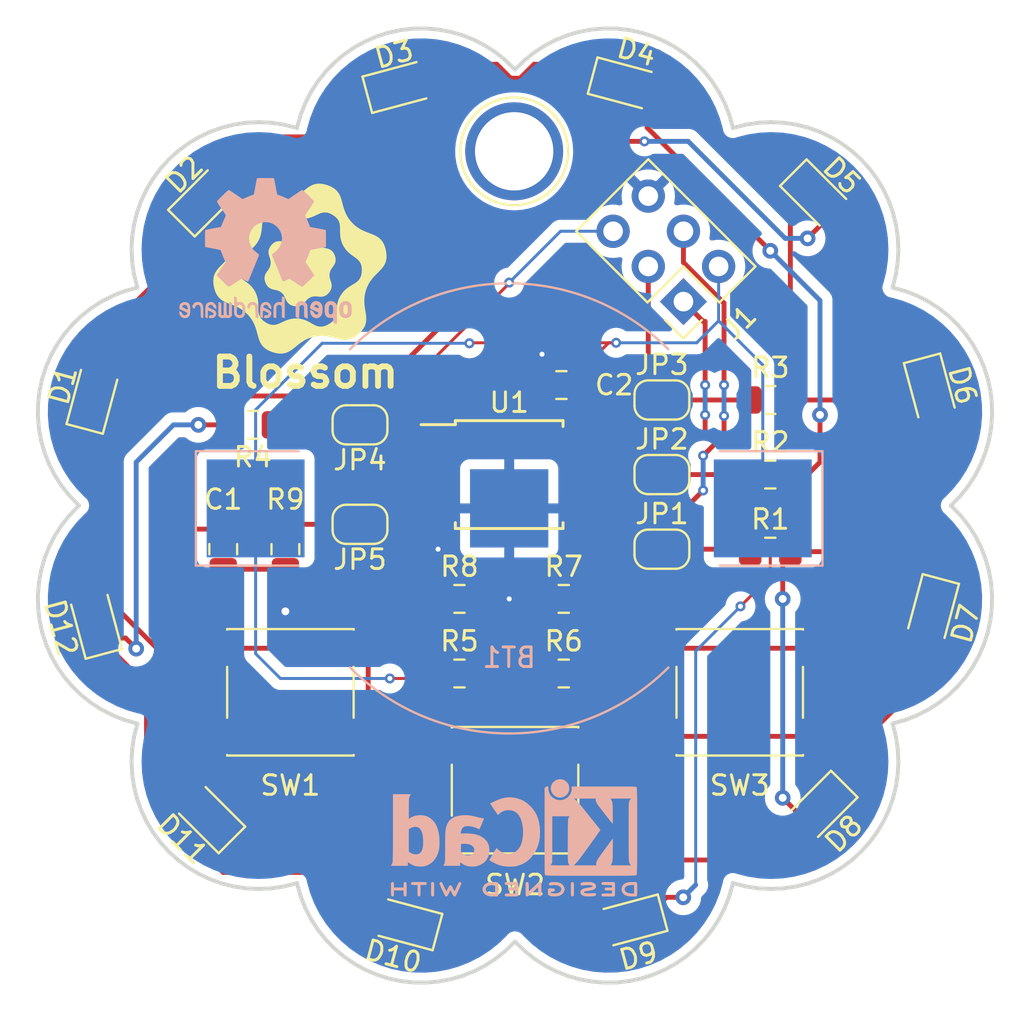
<source format=kicad_pcb>
(kicad_pcb (version 20211014) (generator pcbnew)
  (title_block (title "Blossom") (date "2021-05-30") (rev "1.1") (comment 1 "My first ATtiny85 board") (comment 2 "Made by mole99"))
  (layers (0 "F.Cu" signal) (31 "B.Cu" signal) (36 "B.SilkS" user "B.Silkscreen") (37 "F.SilkS" user "F.Silkscreen") (38 "B.Mask" user) (39 "F.Mask" user) (44 "Edge.Cuts" user))
  (net 0 "")
  (net 1 "Net-(D1-Pad2)")
  (net 2 "GND")
  (net 3 "+3V3")
  (net 4 "Net-(D1-Pad1)")
  (net 5 "Net-(D3-Pad2)")
  (net 6 "Net-(D10-Pad1)")
  (net 7 "PB0")
  (net 8 "PB1")
  (net 9 "PB2")
  (net 10 "PB3")
  (net 11 "PB4")
  (net 12 "PB5")
  (net 13 "Net-(R5-Pad2)")
  (net 14 "Net-(R6-Pad2)")
  (net 15 "Net-(R7-Pad2)")
  (net 16 "A0")
  (net 17 "C0")
  (net 18 "C1")
  (net 19 "C2")
  (net 20 "C3")
  (footprint "LED_SMD:LED_0805_2012Metric_Pad1.15x1.40mm_HandSolder" (layer "F.Cu") (at 118.5 83.5 75)
    (fp_text reference "D1")
    (fp_text value "Red")
  )
  (footprint "LED_SMD:LED_0805_2012Metric_Pad1.15x1.40mm_HandSolder" (layer "F.Cu") (at 134.25 67.75 15)
    (fp_text reference "D3")
    (fp_text value "Red")
  )
  (footprint "LED_SMD:LED_0805_2012Metric_Pad1.15x1.40mm_HandSolder" (layer "F.Cu") (at 145.759928 67.73471 -15)
    (fp_text reference "D4")
    (fp_text value "Red")
  )
  (footprint "LED_SMD:LED_0805_2012Metric_Pad1.15x1.40mm_HandSolder" (layer "F.Cu") (at 155.525218 73.525216 -45)
    (fp_text reference "D5")
    (fp_text value "Red")
  )
  (footprint "LED_SMD:LED_0805_2012Metric_Pad1.15x1.40mm_HandSolder" (layer "F.Cu") (at 161.265288 83.490072 -75)
    (fp_text reference "D6")
    (fp_text value "Red")
  )
  (footprint "LED_SMD:LED_0805_2012Metric_Pad1.15x1.40mm_HandSolder" (layer "F.Cu") (at 161.26529 94.759928 -105)
    (fp_text reference "D7")
    (fp_text value "Red")
  )
  (footprint "LED_SMD:LED_0805_2012Metric_Pad1.15x1.40mm_HandSolder" (layer "F.Cu") (at 155.5 104.75 -135)
    (fp_text reference "D8")
    (fp_text value "Red")
  )
  (footprint "LED_SMD:LED_0805_2012Metric_Pad1.15x1.40mm_HandSolder" (layer "F.Cu") (at 145.740072 110.484712 -165)
    (fp_text reference "D9")
    (fp_text value "Red")
  )
  (footprint "LED_SMD:LED_0805_2012Metric_Pad1.15x1.40mm_HandSolder" (layer "F.Cu") (at 134.240072 110.51529 165)
    (fp_text reference "D10")
    (fp_text value "Red")
  )
  (footprint "LED_SMD:LED_0805_2012Metric_Pad1.15x1.40mm_HandSolder" (layer "F.Cu") (at 124.224782 104.974784 135)
    (fp_text reference "D11")
    (fp_text value "Red")
  )
  (footprint "LED_SMD:LED_0805_2012Metric_Pad1.15x1.40mm_HandSolder" (layer "F.Cu") (at 118.515288 94.990073 105)
    (fp_text reference "D12")
    (fp_text value "Red")
  )
  (footprint "Resistor_SMD:R_0805_2012Metric_Pad1.15x1.40mm_HandSolder" (layer "F.Cu") (at 153.035 87.63)
    (fp_text reference "R2")
    (fp_text value "33")
  )
  (footprint "Resistor_SMD:R_0805_2012Metric_Pad1.15x1.40mm_HandSolder" (layer "F.Cu") (at 153.035 83.82)
    (fp_text reference "R3")
    (fp_text value "33")
  )
  (footprint "Resistor_SMD:R_0805_2012Metric_Pad1.15x1.40mm_HandSolder" (layer "F.Cu") (at 126.61 85.09 180)
    (fp_text reference "R4")
    (fp_text value "33")
  )
  (footprint "Resistor_SMD:R_0805_2012Metric_Pad1.15x1.40mm_HandSolder" (layer "F.Cu") (at 137.16 97.79)
    (fp_text reference "R5")
    (fp_text value "470k")
  )
  (footprint "Resistor_SMD:R_0805_2012Metric_Pad1.15x1.40mm_HandSolder" (layer "F.Cu") (at 142.485 97.79)
    (fp_text reference "R6")
    (fp_text value "470k")
  )
  (footprint "Resistor_SMD:R_0805_2012Metric_Pad1.15x1.40mm_HandSolder" (layer "F.Cu") (at 142.485 93.98)
    (fp_text reference "R7")
    (fp_text value "470k")
  )
  (footprint "Resistor_SMD:R_0805_2012Metric_Pad1.15x1.40mm_HandSolder" (layer "F.Cu") (at 137.16 93.98)
    (fp_text reference "R8")
    (fp_text value "470k")
  )
  (footprint "Button_Switch_SMD:SW_Push_1P1T_NO_6x6mm_H9.5mm" (layer "F.Cu") (at 128.525 98.75)
    (fp_text reference "SW1")
    (fp_text value "SW_Push")
  )
  (footprint "Button_Switch_SMD:SW_Push_1P1T_NO_6x6mm_H9.5mm" (layer "F.Cu") (at 140 103.75)
    (fp_text reference "SW2")
    (fp_text value "SW_Push")
  )
  (footprint "Button_Switch_SMD:SW_Push_1P1T_NO_6x6mm_H9.5mm" (layer "F.Cu") (at 151.475 98.75)
    (fp_text reference "SW3")
    (fp_text value "SW_Push")
  )
  (footprint "Jumper:SolderJumper-2_P1.3mm_Open_RoundedPad1.0x1.5mm" (layer "F.Cu") (at 147.5 87.63)
    (fp_text reference "JP2")
    (fp_text value "NO")
  )
  (footprint "Jumper:SolderJumper-2_P1.3mm_Open_RoundedPad1.0x1.5mm" (layer "F.Cu") (at 147.5 83.82)
    (fp_text reference "JP3")
    (fp_text value "NO")
  )
  (footprint "Jumper:SolderJumper-2_P1.3mm_Open_RoundedPad1.0x1.5mm" (layer "F.Cu") (at 132.08 90.17 180)
    (fp_text reference "JP5")
    (fp_text value "NO")
  )
  (footprint "Capacitor_SMD:C_0805_2012Metric_Pad1.15x1.40mm_HandSolder" (layer "F.Cu") (at 142.367 83.058 180)
    (fp_text reference "C2")
    (fp_text value "10nF")
  )
  (footprint "LED_SMD:LED_0805_2012Metric_Pad1.15x1.40mm_HandSolder" (layer "F.Cu") (at 124.275216 73.474784 45)
    (fp_text reference "D2")
    (fp_text value "Red")
  )
  (footprint "Jumper:SolderJumper-2_P1.3mm_Open_RoundedPad1.0x1.5mm" (layer "F.Cu") (at 132.08 85.09 180)
    (fp_text reference "JP4")
    (fp_text value "NO")
  )
  (footprint "Package_SO:SOIC-8W_5.3x5.3mm_P1.27mm" (layer "F.Cu") (at 139.7 87.63)
    (fp_text reference "U1")
    (fp_text value "ATtiny85V-10SU")
  )
  (footprint "Resistor_SMD:R_0805_2012Metric_Pad1.15x1.40mm_HandSolder" (layer "F.Cu") (at 128.27 91.44 -90)
    (fp_text reference "R9")
    (fp_text value "10M")
  )
  (footprint "Capacitor_SMD:C_0805_2012Metric_Pad1.15x1.40mm_HandSolder" (layer "F.Cu") (at 125.095 91.44 -90)
    (fp_text reference "C1")
    (fp_text value "10nF")
  )
  (footprint "Resistor_SMD:R_0805_2012Metric_Pad1.15x1.40mm_HandSolder" (layer "F.Cu") (at 153.035 91.567)
    (fp_text reference "R1")
    (fp_text value "33")
  )
  (footprint "Connector_PinSocket_2.54mm:PinSocket_2x03_P2.54mm_Vertical" (layer "F.Cu") (at 148.599677 78.796012 -135)
    (fp_text reference "J1")
    (fp_text value "AVR-ISP-6")
  )
  (footprint "TestPoint:TestPoint_Plated_Hole_D4.0mm" (layer "F.Cu") (at 139.954 71.12)
    (fp_text reference "REF**" hide)
    (fp_text value "TestPoint_Plated_Hole_D4.0mm" hide)
  )
  (footprint "blossom:blossom" (layer "F.Cu") (at 124.587 72.771)
    (fp_text reference "svg2mod" hide)
    (fp_text value "G***" hide)
  )
  (footprint "Jumper:SolderJumper-2_P1.3mm_Open_RoundedPad1.0x1.5mm" (layer "F.Cu") (at 147.5 91.44)
    (fp_text reference "JP1")
    (fp_text value "NO")
  )
  (footprint "Symbol:OSHW-Logo2_9.8x8mm_SilkScreen" (layer "B.Cu") (at 127.254 76.2 180)
    (fp_text reference "REF**" hide)
    (fp_text value "OSHW-Logo2_9.8x8mm_SilkScreen" hide)
  )
  (footprint "Symbol:KiCad-Logo2_5mm_SilkScreen" (layer "B.Cu") (at 139.954 106.172 180)
    (fp_text reference "REF**" hide)
    (fp_text value "KiCad-Logo2_5mm_SilkScreen" hide)
  )
  (footprint "blossom:BC2001" (layer "B.Cu") (at 139.7 89.3572 180)
    (fp_text reference "BT1")
    (fp_text value "CR2032")
  )
  (gr_line (start 162.3086 89.167679) (end 162.7522 88.709305) (layer "Edge.Cuts") (width 0.2))
  (gr_line (start 120.0366 78.2685) (end 119.4434 78.5029) (layer "Edge.Cuts") (width 0.2))
  (gr_line (start 133.52513 65.0636) (end 132.91783 65.2587) (layer "Edge.Cuts") (width 0.2))
  (gr_line (start 150.4129 68.0921) (end 150.0673 67.556) (layer "Edge.Cuts") (width 0.2))
  (gr_line (start 163.4944 90.74985) (end 163.1487 90.21374) (layer "Edge.Cuts") (width 0.2))
  (gr_line (start 116.6062 80.99112) (end 116.2963 81.54868) (layer "Edge.Cuts") (width 0.2))
  (gr_line (start 159.4522 77.3983) (end 159.5458 76.7673) (layer "Edge.Cuts") (width 0.2))
  (gr_line (start 123.85 108.0256) (end 124.4267 108.2984) (layer "Edge.Cuts") (width 0.2))
  (gr_line (start 159.4522 74.8622) (end 159.2972 74.2434) (layer "Edge.Cuts") (width 0.2))
  (gr_line (start 118.3399 99.2834) (end 118.876 99.629) (layer "Edge.Cuts") (width 0.2))
  (gr_line (start 156.1412 108.0256) (end 156.688299 107.6977) (layer "Edge.Cuts") (width 0.2))
  (gr_line (start 122.3179 106.8894) (end 122.7906 107.3177) (layer "Edge.Cuts") (width 0.2))
  (gr_line (start 147.07337 113.1647) (end 147.65862 112.911) (layer "Edge.Cuts") (width 0.2))
  (gr_line (start 134.78233 64.856) (end 134.14863 64.9289) (layer "Edge.Cuts") (width 0.2))
  (gr_line (start 151.1261 108.4903) (end 151.1902 108.5133) (layer "Edge.Cuts") (width 0.2))
  (gr_line (start 125.6461 108.6683) (end 126.277 108.7619) (layer "Edge.Cuts") (width 0.2))
  (gr_line (start 163.6949 81.54868) (end 163.385 80.99112) (layer "Edge.Cuts") (width 0.2))
  (gr_line (start 163.9486 82.13393) (end 163.6949 81.54868) (layer "Edge.Cuts") (width 0.2))
  (gr_line (start 116.8425 90.21374) (end 116.4968 90.74985) (layer "Edge.Cuts") (width 0.2))
  (gr_line (start 132.33258 65.5124) (end 131.77502 65.8223) (layer "Edge.Cuts") (width 0.2))
  (gr_line (start 134.78233 113.5674) (end 135.42013 113.5778) (layer "Edge.Cuts") (width 0.2))
  (gr_line (start 159.0823 73.6428) (end 158.8095 73.0661) (layer "Edge.Cuts") (width 0.2))
  (gr_line (start 158.1016 72.0067) (end 157.6733 71.534) (layer "Edge.Cuts") (width 0.2))
  (gr_line (start 131.77502 65.8223) (end 131.25051 66.1853) (layer "Edge.Cuts") (width 0.2))
  (gr_line (start 134.14863 64.9289) (end 133.52513 65.0636) (layer "Edge.Cuts") (width 0.2))
  (gr_line (start 126.9141 69.6302) (end 126.277 69.6615) (layer "Edge.Cuts") (width 0.2))
  (gr_line (start 139.493205 111.9683) (end 139.951579 111.5247) (layer "Edge.Cuts") (width 0.2))
  (gr_line (start 129.5783 68.0921) (end 129.2868 68.6595) (layer "Edge.Cuts") (width 0.2))
  (gr_line (start 147.07337 65.2587) (end 146.46607 65.0636) (layer "Edge.Cuts") (width 0.2))
  (gr_line (start 115.8475 95.68217) (end 116.0426 96.28947) (layer "Edge.Cuts") (width 0.2))
  (gr_line (start 141.53375 112.7105) (end 142.10115 113.0019) (layer "Edge.Cuts") (width 0.2))
  (gr_line (start 128.801 108.5133) (end 128.8651 108.4903) (layer "Edge.Cuts") (width 0.2))
  (gr_line (start 157.2006 107.3177) (end 157.6733 106.8894) (layer "Edge.Cuts") (width 0.2))
  (gr_line (start 159.9546 100.1549) (end 160.5478 99.9205) (layer "Edge.Cuts") (width 0.2))
  (gr_line (start 156.1412 70.3978) (end 155.5645 70.125) (layer "Edge.Cuts") (width 0.2))
  (gr_line (start 137.29681 65.187) (end 136.68345 65.0119) (layer "Edge.Cuts") (width 0.2))
  (gr_line (start 116.2054 87.10615) (end 116.4968 87.67355) (layer "Edge.Cuts") (width 0.2))
  (gr_line (start 140.497995 111.9683) (end 140.99764 112.3648) (layer "Edge.Cuts") (width 0.2))
  (gr_line (start 121.8896 106.4167) (end 122.3179 106.8894) (layer "Edge.Cuts") (width 0.2))
  (gr_line (start 134.14863 113.4945) (end 134.78233 113.5674) (layer "Edge.Cuts") (width 0.2))
  (gr_line (start 115.6295 84.63623) (end 115.6816 85.27197) (layer "Edge.Cuts") (width 0.2))
  (gr_line (start 130.76411 66.598) (end 130.32049 67.0563) (layer "Edge.Cuts") (width 0.2))
  (gr_line (start 117.7345 89.2117) (end 117.6826 89.255721) (layer "Edge.Cuts") (width 0.2))
  (gr_line (start 146.46607 113.3598) (end 147.07337 113.1647) (layer "Edge.Cuts") (width 0.2))
  (gr_line (start 159.5458 101.6561) (end 159.4522 101.0251) (layer "Edge.Cuts") (width 0.2))
  (gr_line (start 117.8402 79.53659) (end 117.3819 79.98021) (layer "Edge.Cuts") (width 0.2))
  (gr_line (start 141.53375 65.7129) (end 140.99764 66.0586) (layer "Edge.Cuts") (width 0.2))
  (gr_line (start 162.151 79.53659) (end 161.6513 79.14) (layer "Edge.Cuts") (width 0.2))
  (gr_line (start 128.1822 108.6683) (end 128.801 108.5133) (layer "Edge.Cuts") (width 0.2))
  (gr_line (start 117.3819 98.44319) (end 117.8402 98.88681) (layer "Edge.Cuts") (width 0.2))
  (gr_line (start 138.99356 66.0586) (end 138.45745 65.7129) (layer "Edge.Cuts") (width 0.2))
  (gr_line (start 164.2784 83.36473) (end 164.1437 82.74123) (layer "Edge.Cuts") (width 0.2))
  (gr_line (start 120.694 78.0171) (end 120.717 78.0812) (layer "Edge.Cuts") (width 0.2))
  (gr_line (start 140.039621 111.5247) (end 140.497995 111.9683) (layer "Edge.Cuts") (width 0.2))
  (gr_line (start 128.8651 69.9331) (end 128.801 69.9101) (layer "Edge.Cuts") (width 0.2))
  (gr_line (start 164.3617 93.78717) (end 164.3096 93.15143) (layer "Edge.Cuts") (width 0.2))
  (gr_line (start 122.3179 71.534) (end 121.8896 72.0067) (layer "Edge.Cuts") (width 0.2))
  (gr_line (start 120.4454 76.7673) (end 120.539 77.3983) (layer "Edge.Cuts") (width 0.2))
  (gr_line (start 163.7858 91.31725) (end 163.4944 90.74985) (layer "Edge.Cuts") (width 0.2))
  (gr_line (start 122.7906 107.3177) (end 123.302901 107.6977) (layer "Edge.Cuts") (width 0.2))
  (gr_line (start 121.5096 105.904399) (end 121.8896 106.4167) (layer "Edge.Cuts") (width 0.2))
  (gr_line (start 126.277 69.6615) (end 125.6461 69.7551) (layer "Edge.Cuts") (width 0.2))
  (gr_line (start 130.32049 111.3671) (end 130.76411 111.8254) (layer "Edge.Cuts") (width 0.2))
  (gr_line (start 117.6826 89.167679) (end 117.7345 89.2117) (layer "Edge.Cuts") (width 0.2))
  (gr_line (start 151.809 69.7551) (end 151.1902 69.9101) (layer "Edge.Cuts") (width 0.2))
  (gr_line (start 137.29681 113.2364) (end 137.89005 113.0019) (layer "Edge.Cuts") (width 0.2))
  (gr_line (start 125.0273 108.5133) (end 125.6461 108.6683) (layer "Edge.Cuts") (width 0.2))
  (gr_line (start 152.44 69.6615) (end 151.809 69.7551) (layer "Edge.Cuts") (width 0.2))
  (gr_line (start 140.039621 66.8987) (end 139.9956 66.9506) (layer "Edge.Cuts") (width 0.2))
  (gr_line (start 164.0203 91.91049) (end 163.7858 91.31725) (layer "Edge.Cuts") (width 0.2))
  (gr_line (start 120.9089 73.6428) (end 120.694 74.2434) (layer "Edge.Cuts") (width 0.2))
  (gr_line (start 120.539 77.3983) (end 120.694 78.0171) (layer "Edge.Cuts") (width 0.2))
  (gr_line (start 157.6733 106.8894) (end 158.1016 106.4167) (layer "Edge.Cuts") (width 0.2))
  (gr_line (start 129.0524 109.1707) (end 129.2868 109.7639) (layer "Edge.Cuts") (width 0.2))
  (gr_line (start 162.6093 98.44319) (end 163.022 97.95679) (layer "Edge.Cuts") (width 0.2))
  (gr_line (start 163.385 80.99112) (end 163.022 80.46661) (layer "Edge.Cuts") (width 0.2))
  (gr_line (start 159.3412 100.33) (end 159.9546 100.1549) (layer "Edge.Cuts") (width 0.2))
  (gr_line (start 163.7858 87.10615) (end 164.0203 86.51291) (layer "Edge.Cuts") (width 0.2))
  (gr_line (start 164.3096 85.27197) (end 164.3617 84.63623) (layer "Edge.Cuts") (width 0.2))
  (gr_line (start 120.539 74.8622) (end 120.4454 75.4931) (layer "Edge.Cuts") (width 0.2))
  (gr_line (start 157.2006 71.1057) (end 156.688299 70.7257) (layer "Edge.Cuts") (width 0.2))
  (gr_line (start 151.809 108.6683) (end 152.44 108.7619) (layer "Edge.Cuts") (width 0.2))
  (gr_line (start 150.4129 110.3313) (end 150.7044 109.7639) (layer "Edge.Cuts") (width 0.2))
  (gr_line (start 164.1954 85.89955) (end 164.3096 85.27197) (layer "Edge.Cuts") (width 0.2))
  (gr_line (start 120.539 103.5612) (end 120.694 104.18) (layer "Edge.Cuts") (width 0.2))
  (gr_line (start 149.67071 67.0563) (end 149.22709 66.598) (layer "Edge.Cuts") (width 0.2))
  (gr_line (start 120.65 78.0934) (end 120.0366 78.2685) (layer "Edge.Cuts") (width 0.2))
  (gr_line (start 120.694 100.4063) (end 120.539 101.0251) (layer "Edge.Cuts") (width 0.2))
  (gr_line (start 158.8095 73.0661) (end 158.4816 72.519001) (layer "Edge.Cuts") (width 0.2))
  (gr_line (start 158.4816 72.519001) (end 158.1016 72.0067) (layer "Edge.Cuts") (width 0.2))
  (gr_line (start 120.694 104.18) (end 120.9089 104.7806) (layer "Edge.Cuts") (width 0.2))
  (gr_line (start 151.1261 69.9331) (end 151.1139 69.8661) (layer "Edge.Cuts") (width 0.2))
  (gr_line (start 126.9141 108.7932) (end 127.5512 108.7619) (layer "Edge.Cuts") (width 0.2))
  (gr_line (start 151.1902 69.9101) (end 151.1261 69.9331) (layer "Edge.Cuts") (width 0.2))
  (gr_line (start 159.2972 100.4063) (end 159.2742 100.3422) (layer "Edge.Cuts") (width 0.2))
  (gr_line (start 135.42013 64.8456) (end 134.78233 64.856) (layer "Edge.Cuts") (width 0.2))
  (gr_line (start 143.93533 113.5257) (end 144.57107 113.5778) (layer "Edge.Cuts") (width 0.2))
  (gr_line (start 145.84257 113.4945) (end 146.46607 113.3598) (layer "Edge.Cuts") (width 0.2))
  (gr_line (start 132.91783 113.1647) (end 133.52513 113.3598) (layer "Edge.Cuts") (width 0.2))
  (gr_line (start 149.22709 111.8254) (end 149.67071 111.3671) (layer "Edge.Cuts") (width 0.2))
  (gr_line (start 144.57107 113.5778) (end 145.20887 113.5674) (layer "Edge.Cuts") (width 0.2))
  (gr_line (start 143.93533 64.8977) (end 143.30775 65.0119) (layer "Edge.Cuts") (width 0.2))
  (gr_line (start 139.9956 66.9506) (end 139.951579 66.8987) (layer "Edge.Cuts") (width 0.2))
  (gr_line (start 140.497995 66.4551) (end 140.039621 66.8987) (layer "Edge.Cuts") (width 0.2))
  (gr_line (start 163.6949 96.87472) (end 163.9486 96.28947) (layer "Edge.Cuts") (width 0.2))
  (gr_line (start 159.2972 78.0171) (end 159.4522 77.3983) (layer "Edge.Cuts") (width 0.2))
  (gr_line (start 122.7906 71.1057) (end 122.3179 71.534) (layer "Edge.Cuts") (width 0.2))
  (gr_line (start 121.5096 72.519001) (end 121.1817 73.0661) (layer "Edge.Cuts") (width 0.2))
  (gr_line (start 133.52513 113.3598) (end 134.14863 113.4945) (layer "Edge.Cuts") (width 0.2))
  (gr_line (start 140.99764 112.3648) (end 141.53375 112.7105) (layer "Edge.Cuts") (width 0.2))
  (gr_line (start 164.1954 92.52385) (end 164.0203 91.91049) (layer "Edge.Cuts") (width 0.2))
  (gr_line (start 128.8773 69.8661) (end 128.8651 69.9331) (layer "Edge.Cuts") (width 0.2))
  (gr_line (start 115.8475 82.74123) (end 115.7128 83.36473) (layer "Edge.Cuts") (width 0.2))
  (gr_line (start 154.3451 108.6683) (end 154.9639 108.5133) (layer "Edge.Cuts") (width 0.2))
  (gr_line (start 124.4267 108.2984) (end 125.0273 108.5133) (layer "Edge.Cuts") (width 0.2))
  (gr_line (start 115.6399 94.42497) (end 115.7128 95.05867) (layer "Edge.Cuts") (width 0.2))
  (gr_line (start 120.539 101.0251) (end 120.4454 101.6561) (layer "Edge.Cuts") (width 0.2))
  (gr_line (start 148.21618 112.6011) (end 148.74069 112.2381) (layer "Edge.Cuts") (width 0.2))
  (gr_line (start 153.7142 69.6615) (end 153.0771 69.6302) (layer "Edge.Cuts") (width 0.2))
  (gr_line (start 155.5645 108.2984) (end 156.1412 108.0256) (layer "Edge.Cuts") (width 0.2))
  (gr_line (start 119.4434 99.9205) (end 120.0366 100.1549) (layer "Edge.Cuts") (width 0.2))
  (gr_line (start 149.67071 111.3671) (end 150.0673 110.8674) (layer "Edge.Cuts") (width 0.2))
  (gr_line (start 163.385 97.43228) (end 163.6949 96.87472) (layer "Edge.Cuts") (width 0.2))
  (gr_line (start 125.6461 69.7551) (end 125.0273 69.9101) (layer "Edge.Cuts") (width 0.2))
  (gr_line (start 157.6733 71.534) (end 157.2006 71.1057) (layer "Edge.Cuts") (width 0.2))
  (gr_line (start 150.7044 109.7639) (end 150.9388 109.1707) (layer "Edge.Cuts") (width 0.2))
  (gr_line (start 115.7128 83.36473) (end 115.6399 83.99843) (layer "Edge.Cuts") (width 0.2))
  (gr_line (start 151.1139 108.5573) (end 151.1261 108.4903) (layer "Edge.Cuts") (width 0.2))
  (gr_line (start 153.0771 108.7932) (end 153.7142 108.7619) (layer "Edge.Cuts") (width 0.2))
  (gr_line (start 128.8773 108.5573) (end 129.0524 109.1707) (layer "Edge.Cuts") (width 0.2))
  (gr_line (start 123.85 70.3978) (end 123.302901 70.7257) (layer "Edge.Cuts") (width 0.2))
  (gr_line (start 139.951579 66.8987) (end 139.493205 66.4551) (layer "Edge.Cuts") (width 0.2))
  (gr_line (start 161.6513 99.2834) (end 162.151 98.88681) (layer "Edge.Cuts") (width 0.2))
  (gr_line (start 119.4434 78.5029) (end 118.876 78.7944) (layer "Edge.Cuts") (width 0.2))
  (gr_line (start 163.1487 88.20966) (end 163.4944 87.67355) (layer "Edge.Cuts") (width 0.2))
  (gr_line (start 159.5771 102.2932) (end 159.5458 101.6561) (layer "Edge.Cuts") (width 0.2))
  (gr_line (start 117.8402 98.88681) (end 118.3399 99.2834) (layer "Edge.Cuts") (width 0.2))
  (gr_line (start 137.89005 65.4215) (end 137.29681 65.187) (layer "Edge.Cuts") (width 0.2))
  (gr_line (start 115.7958 92.52385) (end 115.6816 93.15143) (layer "Edge.Cuts") (width 0.2))
  (gr_line (start 115.7128 95.05867) (end 115.8475 95.68217) (layer "Edge.Cuts") (width 0.2))
  (gr_line (start 150.0673 67.556) (end 149.67071 67.0563) (layer "Edge.Cuts") (width 0.2))
  (gr_line (start 120.9089 104.7806) (end 121.1817 105.3573) (layer "Edge.Cuts") (width 0.2))
  (gr_line (start 116.2963 81.54868) (end 116.0426 82.13393) (layer "Edge.Cuts") (width 0.2))
  (gr_line (start 150.0673 110.8674) (end 150.4129 110.3313) (layer "Edge.Cuts") (width 0.2))
  (gr_line (start 128.801 69.9101) (end 128.1822 69.7551) (layer "Edge.Cuts") (width 0.2))
  (gr_line (start 161.1152 78.7944) (end 160.5478 78.5029) (layer "Edge.Cuts") (width 0.2))
  (gr_line (start 120.4454 101.6561) (end 120.4141 102.2932) (layer "Edge.Cuts") (width 0.2))
  (gr_line (start 124.4267 70.125) (end 123.85 70.3978) (layer "Edge.Cuts") (width 0.2))
  (gr_line (start 135.42013 113.5778) (end 136.05587 113.5257) (layer "Edge.Cuts") (width 0.2))
  (gr_line (start 143.30775 65.0119) (end 142.69439 65.187) (layer "Edge.Cuts") (width 0.2))
  (gr_line (start 161.6513 79.14) (end 161.1152 78.7944) (layer "Edge.Cuts") (width 0.2))
  (gr_line (start 150.9388 69.2527) (end 150.7044 68.6595) (layer "Edge.Cuts") (width 0.2))
  (gr_line (start 142.10115 113.0019) (end 142.69439 113.2364) (layer "Edge.Cuts") (width 0.2))
  (gr_line (start 121.1817 105.3573) (end 121.5096 105.904399) (layer "Edge.Cuts") (width 0.2))
  (gr_line (start 116.9692 80.46661) (end 116.6062 80.99112) (layer "Edge.Cuts") (width 0.2))
  (gr_line (start 150.9388 109.1707) (end 151.1139 108.5573) (layer "Edge.Cuts") (width 0.2))
  (gr_line (start 116.4968 87.67355) (end 116.8425 88.20966) (layer "Edge.Cuts") (width 0.2))
  (gr_line (start 162.6093 79.98021) (end 162.151 79.53659) (layer "Edge.Cuts") (width 0.2))
  (gr_line (start 129.2868 68.6595) (end 129.0524 69.2527) (layer "Edge.Cuts") (width 0.2))
  (gr_line (start 117.6826 89.255721) (end 117.239 89.714095) (layer "Edge.Cuts") (width 0.2))
  (gr_line (start 120.4141 102.2932) (end 120.4454 102.9303) (layer "Edge.Cuts") (width 0.2))
  (gr_line (start 138.45745 112.7105) (end 138.99356 112.3648) (layer "Edge.Cuts") (width 0.2))
  (gr_line (start 132.33258 112.911) (end 132.91783 113.1647) (layer "Edge.Cuts") (width 0.2))
  (gr_line (start 120.0366 100.1549) (end 120.65 100.33) (layer "Edge.Cuts") (width 0.2))
  (gr_line (start 145.20887 64.856) (end 144.57107 64.8456) (layer "Edge.Cuts") (width 0.2))
  (gr_line (start 156.688299 70.7257) (end 156.1412 70.3978) (layer "Edge.Cuts") (width 0.2))
  (gr_line (start 163.1487 90.21374) (end 162.7522 89.714095) (layer "Edge.Cuts") (width 0.2))
  (gr_line (start 123.302901 107.6977) (end 123.85 108.0256) (layer "Edge.Cuts") (width 0.2))
  (gr_line (start 139.951579 111.5247) (end 139.9956 111.4728) (layer "Edge.Cuts") (width 0.2))
  (gr_line (start 148.74069 112.2381) (end 149.22709 111.8254) (layer "Edge.Cuts") (width 0.2))
  (gr_line (start 136.05587 64.8977) (end 135.42013 64.8456) (layer "Edge.Cuts") (width 0.2))
  (gr_line (start 127.5512 108.7619) (end 128.1822 108.6683) (layer "Edge.Cuts") (width 0.2))
  (gr_line (start 151.1139 69.8661) (end 150.9388 69.2527) (layer "Edge.Cuts") (width 0.2))
  (gr_line (start 115.7958 85.89955) (end 115.9709 86.51291) (layer "Edge.Cuts") (width 0.2))
  (gr_line (start 115.6816 93.15143) (end 115.6295 93.78717) (layer "Edge.Cuts") (width 0.2))
  (gr_line (start 164.1437 82.74123) (end 163.9486 82.13393) (layer "Edge.Cuts") (width 0.2))
  (gr_line (start 147.65862 65.5124) (end 147.07337 65.2587) (layer "Edge.Cuts") (width 0.2))
  (gr_line (start 129.0524 69.2527) (end 128.8773 69.8661) (layer "Edge.Cuts") (width 0.2))
  (gr_line (start 163.022 97.95679) (end 163.385 97.43228) (layer "Edge.Cuts") (width 0.2))
  (gr_line (start 162.7522 88.709305) (end 163.1487 88.20966) (layer "Edge.Cuts") (width 0.2))
  (gr_line (start 128.8651 108.4903) (end 128.8773 108.5573) (layer "Edge.Cuts") (width 0.2))
  (gr_line (start 142.69439 113.2364) (end 143.30775 113.4115) (layer "Edge.Cuts") (width 0.2))
  (gr_line (start 129.9239 67.556) (end 129.5783 68.0921) (layer "Edge.Cuts") (width 0.2))
  (gr_line (start 118.876 99.629) (end 119.4434 99.9205) (layer "Edge.Cuts") (width 0.2))
  (gr_line (start 139.493205 66.4551) (end 138.99356 66.0586) (layer "Edge.Cuts") (width 0.2))
  (gr_line (start 144.57107 64.8456) (end 143.93533 64.8977) (layer "Edge.Cuts") (width 0.2))
  (gr_line (start 128.1822 69.7551) (end 127.5512 69.6615) (layer "Edge.Cuts") (width 0.2))
  (gr_line (start 162.2567 89.2117) (end 162.3086 89.167679) (layer "Edge.Cuts") (width 0.2))
  (gr_line (start 159.5458 102.9303) (end 159.5771 102.2932) (layer "Edge.Cuts") (width 0.2))
  (gr_line (start 162.3086 89.255721) (end 162.2567 89.2117) (layer "Edge.Cuts") (width 0.2))
  (gr_line (start 120.4454 102.9303) (end 120.539 103.5612) (layer "Edge.Cuts") (width 0.2))
  (gr_line (start 148.74069 66.1853) (end 148.21618 65.8223) (layer "Edge.Cuts") (width 0.2))
  (gr_line (start 116.9692 97.95679) (end 117.3819 98.44319) (layer "Edge.Cuts") (width 0.2))
  (gr_line (start 117.3819 79.98021) (end 116.9692 80.46661) (layer "Edge.Cuts") (width 0.2))
  (gr_line (start 120.65 100.33) (end 120.717 100.3422) (layer "Edge.Cuts") (width 0.2))
  (gr_line (start 162.151 98.88681) (end 162.6093 98.44319) (layer "Edge.Cuts") (width 0.2))
  (gr_line (start 159.0823 104.7806) (end 159.2972 104.18) (layer "Edge.Cuts") (width 0.2))
  (gr_line (start 116.6062 97.43228) (end 116.9692 97.95679) (layer "Edge.Cuts") (width 0.2))
  (gr_line (start 131.25051 112.2381) (end 131.77502 112.6011) (layer "Edge.Cuts") (width 0.2))
  (gr_line (start 130.32049 67.0563) (end 129.9239 67.556) (layer "Edge.Cuts") (width 0.2))
  (gr_line (start 158.8095 105.3573) (end 159.0823 104.7806) (layer "Edge.Cuts") (width 0.2))
  (gr_line (start 129.5783 110.3313) (end 129.9239 110.8674) (layer "Edge.Cuts") (width 0.2))
  (gr_line (start 148.21618 65.8223) (end 147.65862 65.5124) (layer "Edge.Cuts") (width 0.2))
  (gr_line (start 159.9546 78.2685) (end 159.3412 78.0934) (layer "Edge.Cuts") (width 0.2))
  (gr_line (start 153.0771 69.6302) (end 152.44 69.6615) (layer "Edge.Cuts") (width 0.2))
  (gr_line (start 121.1817 73.0661) (end 120.9089 73.6428) (layer "Edge.Cuts") (width 0.2))
  (gr_line (start 136.05587 113.5257) (end 136.68345 113.4115) (layer "Edge.Cuts") (width 0.2))
  (gr_line (start 117.239 88.709305) (end 117.6826 89.167679) (layer "Edge.Cuts") (width 0.2))
  (gr_line (start 160.5478 99.9205) (end 161.1152 99.629) (layer "Edge.Cuts") (width 0.2))
  (gr_line (start 139.9956 111.4728) (end 140.039621 111.5247) (layer "Edge.Cuts") (width 0.2))
  (gr_line (start 116.2963 96.87472) (end 116.6062 97.43228) (layer "Edge.Cuts") (width 0.2))
  (gr_line (start 129.9239 110.8674) (end 130.32049 111.3671) (layer "Edge.Cuts") (width 0.2))
  (gr_line (start 146.46607 65.0636) (end 145.84257 64.9289) (layer "Edge.Cuts") (width 0.2))
  (gr_line (start 137.89005 113.0019) (end 138.45745 112.7105) (layer "Edge.Cuts") (width 0.2))
  (gr_line (start 131.77502 112.6011) (end 132.33258 112.911) (layer "Edge.Cuts") (width 0.2))
  (gr_line (start 120.4141 76.1302) (end 120.4454 76.7673) (layer "Edge.Cuts") (width 0.2))
  (gr_line (start 142.10115 65.4215) (end 141.53375 65.7129) (layer "Edge.Cuts") (width 0.2))
  (gr_line (start 116.8425 88.20966) (end 117.239 88.709305) (layer "Edge.Cuts") (width 0.2))
  (gr_line (start 136.68345 65.0119) (end 136.05587 64.8977) (layer "Edge.Cuts") (width 0.2))
  (gr_line (start 163.9486 96.28947) (end 164.1437 95.68217) (layer "Edge.Cuts") (width 0.2))
  (gr_line (start 147.65862 112.911) (end 148.21618 112.6011) (layer "Edge.Cuts") (width 0.2))
  (gr_line (start 159.5458 75.4931) (end 159.4522 74.8622) (layer "Edge.Cuts") (width 0.2))
  (gr_line (start 115.9709 91.91049) (end 115.7958 92.52385) (layer "Edge.Cuts") (width 0.2))
  (gr_line (start 164.3096 93.15143) (end 164.1954 92.52385) (layer "Edge.Cuts") (width 0.2))
  (gr_line (start 164.2784 95.05867) (end 164.3513 94.42497) (layer "Edge.Cuts") (width 0.2))
  (gr_line (start 159.2972 74.2434) (end 159.0823 73.6428) (layer "Edge.Cuts") (width 0.2))
  (gr_line (start 163.4944 87.67355) (end 163.7858 87.10615) (layer "Edge.Cuts") (width 0.2))
  (gr_line (start 116.0426 82.13393) (end 115.8475 82.74123) (layer "Edge.Cuts") (width 0.2))
  (gr_line (start 164.1437 95.68217) (end 164.2784 95.05867) (layer "Edge.Cuts") (width 0.2))
  (gr_line (start 156.688299 107.6977) (end 157.2006 107.3177) (layer "Edge.Cuts") (width 0.2))
  (gr_line (start 120.717 78.0812) (end 120.65 78.0934) (layer "Edge.Cuts") (width 0.2))
  (gr_line (start 159.3412 78.0934) (end 159.2742 78.0812) (layer "Edge.Cuts") (width 0.2))
  (gr_line (start 127.5512 69.6615) (end 126.9141 69.6302) (layer "Edge.Cuts") (width 0.2))
  (gr_line (start 116.2054 91.31725) (end 115.9709 91.91049) (layer "Edge.Cuts") (width 0.2))
  (gr_line (start 140.99764 66.0586) (end 140.497995 66.4551) (layer "Edge.Cuts") (width 0.2))
  (gr_line (start 120.694 74.2434) (end 120.539 74.8622) (layer "Edge.Cuts") (width 0.2))
  (gr_line (start 159.4522 101.0251) (end 159.2972 100.4063) (layer "Edge.Cuts") (width 0.2))
  (gr_line (start 120.4454 75.4931) (end 120.4141 76.1302) (layer "Edge.Cuts") (width 0.2))
  (gr_line (start 116.4968 90.74985) (end 116.2054 91.31725) (layer "Edge.Cuts") (width 0.2))
  (gr_line (start 164.3617 84.63623) (end 164.3513 83.99843) (layer "Edge.Cuts") (width 0.2))
  (gr_line (start 138.99356 112.3648) (end 139.493205 111.9683) (layer "Edge.Cuts") (width 0.2))
  (gr_line (start 163.022 80.46661) (end 162.6093 79.98021) (layer "Edge.Cuts") (width 0.2))
  (gr_line (start 115.6816 85.27197) (end 115.7958 85.89955) (layer "Edge.Cuts") (width 0.2))
  (gr_line (start 161.1152 99.629) (end 161.6513 99.2834) (layer "Edge.Cuts") (width 0.2))
  (gr_line (start 129.2868 109.7639) (end 129.5783 110.3313) (layer "Edge.Cuts") (width 0.2))
  (gr_line (start 115.6295 93.78717) (end 115.6399 94.42497) (layer "Edge.Cuts") (width 0.2))
  (gr_line (start 159.2742 78.0812) (end 159.2972 78.0171) (layer "Edge.Cuts") (width 0.2))
  (gr_line (start 115.9709 86.51291) (end 116.2054 87.10615) (layer "Edge.Cuts") (width 0.2))
  (gr_line (start 152.44 108.7619) (end 153.0771 108.7932) (layer "Edge.Cuts") (width 0.2))
  (gr_line (start 159.4522 103.5612) (end 159.5458 102.9303) (layer "Edge.Cuts") (width 0.2))
  (gr_line (start 153.7142 108.7619) (end 154.3451 108.6683) (layer "Edge.Cuts") (width 0.2))
  (gr_line (start 121.8896 72.0067) (end 121.5096 72.519001) (layer "Edge.Cuts") (width 0.2))
  (gr_line (start 158.4816 105.904399) (end 158.8095 105.3573) (layer "Edge.Cuts") (width 0.2))
  (gr_line (start 164.3513 83.99843) (end 164.2784 83.36473) (layer "Edge.Cuts") (width 0.2))
  (gr_line (start 154.9639 108.5133) (end 155.5645 108.2984) (layer "Edge.Cuts") (width 0.2))
  (gr_line (start 136.68345 113.4115) (end 137.29681 113.2364) (layer "Edge.Cuts") (width 0.2))
  (gr_line (start 115.6399 83.99843) (end 115.6295 84.63623) (layer "Edge.Cuts") (width 0.2))
  (gr_line (start 150.7044 68.6595) (end 150.4129 68.0921) (layer "Edge.Cuts") (width 0.2))
  (gr_line (start 125.0273 69.9101) (end 124.4267 70.125) (layer "Edge.Cuts") (width 0.2))
  (gr_line (start 149.22709 66.598) (end 148.74069 66.1853) (layer "Edge.Cuts") (width 0.2))
  (gr_line (start 138.45745 65.7129) (end 137.89005 65.4215) (layer "Edge.Cuts") (width 0.2))
  (gr_line (start 159.2972 104.18) (end 159.4522 103.5612) (layer "Edge.Cuts") (width 0.2))
  (gr_line (start 159.5771 76.1302) (end 159.5458 75.4931) (layer "Edge.Cuts") (width 0.2))
  (gr_line (start 159.2742 100.3422) (end 159.3412 100.33) (layer "Edge.Cuts") (width 0.2))
  (gr_line (start 164.0203 86.51291) (end 164.1954 85.89955) (layer "Edge.Cuts") (width 0.2))
  (gr_line (start 154.3451 69.7551) (end 153.7142 69.6615) (layer "Edge.Cuts") (width 0.2))
  (gr_line (start 126.277 108.7619) (end 126.9141 108.7932) (layer "Edge.Cuts") (width 0.2))
  (gr_line (start 132.91783 65.2587) (end 132.33258 65.5124) (layer "Edge.Cuts") (width 0.2))
  (gr_line (start 118.876 78.7944) (end 118.3399 79.14) (layer "Edge.Cuts") (width 0.2))
  (gr_line (start 162.7522 89.714095) (end 162.3086 89.255721) (layer "Edge.Cuts") (width 0.2))
  (gr_line (start 145.84257 64.9289) (end 145.20887 64.856) (layer "Edge.Cuts") (width 0.2))
  (gr_line (start 118.3399 79.14) (end 117.8402 79.53659) (layer "Edge.Cuts") (width 0.2))
  (gr_line (start 117.239 89.714095) (end 116.8425 90.21374) (layer "Edge.Cuts") (width 0.2))
  (gr_line (start 164.3513 94.42497) (end 164.3617 93.78717) (layer "Edge.Cuts") (width 0.2))
  (gr_line (start 116.0426 96.28947) (end 116.2963 96.87472) (layer "Edge.Cuts") (width 0.2))
  (gr_line (start 160.5478 78.5029) (end 159.9546 78.2685) (layer "Edge.Cuts") (width 0.2))
  (gr_line (start 123.302901 70.7257) (end 122.7906 71.1057) (layer "Edge.Cuts") (width 0.2))
  (gr_line (start 142.69439 65.187) (end 142.10115 65.4215) (layer "Edge.Cuts") (width 0.2))
  (gr_line (start 159.5458 76.7673) (end 159.5771 76.1302) (layer "Edge.Cuts") (width 0.2))
  (gr_line (start 145.20887 113.5674) (end 145.84257 113.4945) (layer "Edge.Cuts") (width 0.2))
  (gr_line (start 143.30775 113.4115) (end 143.93533 113.5257) (layer "Edge.Cuts") (width 0.2))
  (gr_line (start 155.5645 70.125) (end 154.9639 69.9101) (layer "Edge.Cuts") (width 0.2))
  (gr_line (start 158.1016 106.4167) (end 158.4816 105.904399) (layer "Edge.Cuts") (width 0.2))
  (gr_line (start 154.9639 69.9101) (end 154.3451 69.7551) (layer "Edge.Cuts") (width 0.2))
  (gr_line (start 130.76411 111.8254) (end 131.25051 112.2381) (layer "Edge.Cuts") (width 0.2))
  (gr_line (start 151.1902 108.5133) (end 151.809 108.6683) (layer "Edge.Cuts") (width 0.2))
  (gr_line (start 131.25051 66.1853) (end 130.76411 66.598) (layer "Edge.Cuts") (width 0.2))
  (gr_line (start 120.717 100.3422) (end 120.694 100.4063) (layer "Edge.Cuts") (width 0.2))
  (gr_text "Blossom" (at 129.286 82.423) (layer "F.SilkS") (effects (font (size 1.5 1.5) (thickness 0.3))))
  (segment (start 133.259926 68.01529) (end 133.259926 68.489926) (width 0.25) (layer "F.Cu") (net 1))
  (segment (start 133.249998 109.955002) (end 133.985 109.22) (width 0.25) (layer "F.Cu") (net 1))
  (segment (start 153.035 88.655) (end 154.06 87.63) (width 0.1524) (layer "F.Cu") (net 1))
  (segment (start 123.550432 74.199568) (end 123.550432 72.749984) (width 0.25) (layer "F.Cu") (net 1))
  (segment (start 147.729568 109.22) (end 146.730146 110.219422) (width 0.25) (layer "F.Cu") (net 1))
  (segment (start 146.750002 69.915002) (end 153.035 76.2) (width 0.25) (layer "F.Cu") (net 1))
  (segment (start 155.575 86.995) (end 154.94 87.63) (width 0.25) (layer "F.Cu") (net 1))
  (segment (start 133.985 109.22) (end 145.730724 109.22) (width 0.25) (layer "F.Cu") (net 1))
  (segment (start 153.035 92.837) (end 153.035 88.655) (width 0.1524) (layer "F.Cu") (net 1))
  (segment (start 142.875 69.215) (end 146.05 69.215) (width 0.25) (layer "F.Cu") (net 1))
  (segment (start 146.05 69.215) (end 146.750002 68.514998) (width 0.25) (layer "F.Cu") (net 1))
  (segment (start 141.498604 67.838604) (end 142.875 69.215) (width 0.25) (layer "F.Cu") (net 1))
  (segment (start 123.550432 74.199568) (end 123.550432 75.897589) (width 0.25) (layer "F.Cu") (net 1))
  (segment (start 146.750002 69.915002) (end 146.750002 68) (width 0.25) (layer "F.Cu") (net 1))
  (segment (start 151.511 94.361) (end 153.035 92.837) (width 0.1524) (layer "F.Cu") (net 1))
  (segment (start 138.536396 67.838604) (end 141.498604 67.838604) (width 0.25) (layer "F.Cu") (net 1))
  (segment (start 133.985 69.215) (end 137.16 69.215) (width 0.25) (layer "F.Cu") (net 1))
  (segment (start 133.249998 110.25) (end 133.249998 109.955002) (width 0.25) (layer "F.Cu") (net 1))
  (segment (start 123.550432 72.749984) (end 125.917645 70.382771) (width 0.25) (layer "F.Cu") (net 1))
  (segment (start 155.575 84.582) (end 155.575 86.995) (width 0.25) (layer "F.Cu") (net 1))
  (segment (start 145.730724 109.22) (end 146.730146 110.219422) (width 0.25) (layer "F.Cu") (net 1))
  (segment (start 137.16 69.215) (end 138.536396 67.838604) (width 0.25) (layer "F.Cu") (net 1))
  (segment (start 148.59 109.22) (end 147.729568 109.22) (width 0.25) (layer "F.Cu") (net 1))
  (segment (start 125.917645 70.382771) (end 130.892445 70.382771) (width 0.25) (layer "F.Cu") (net 1))
  (segment (start 154.94 87.63) (end 154.06 87.63) (width 0.25) (layer "F.Cu") (net 1))
  (segment (start 130.892445 70.382771) (end 133.259926 68.01529) (width 0.25) (layer "F.Cu") (net 1))
  (segment (start 118.76529 80.682731) (end 118.76529 82.509926) (width 0.25) (layer "F.Cu") (net 1))
  (segment (start 123.550432 75.897589) (end 118.76529 80.682731) (width 0.25) (layer "F.Cu") (net 1))
  (segment (start 133.259926 68.489926) (end 133.985 69.215) (width 0.25) (layer "F.Cu") (net 1))
  (via (at 151.511 94.361) (size 0.508) (drill 0.254) (layers "F.Cu" "B.Cu") (net 1))
  (via (at 153.035 76.2) (size 0.8) (drill 0.4) (layers "F.Cu" "B.Cu") (net 1))
  (via (at 155.575 84.582) (size 0.8) (drill 0.4) (layers "F.Cu" "B.Cu") (net 1))
  (via (at 148.59 109.22) (size 0.8) (drill 0.4) (layers "F.Cu" "B.Cu") (net 1))
  (segment (start 155.575 84.582) (end 155.575 78.74) (width 0.25) (layer "B.Cu") (net 1))
  (segment (start 149.225 108.585) (end 149.225 96.647) (width 0.1524) (layer "B.Cu") (net 1))
  (segment (start 149.225 108.585) (end 148.59 109.22) (width 0.25) (layer "B.Cu") (net 1))
  (segment (start 149.225 96.647) (end 151.511 94.361) (width 0.1524) (layer "B.Cu") (net 1))
  (segment (start 155.575 78.74) (end 153.035 76.2) (width 0.25) (layer "B.Cu") (net 1))
  (segment (start 141.342 83.058) (end 141.342 81.788) (width 0.1524) (layer "F.Cu") (net 2))
  (segment (start 141.342 81.5176) (end 141.3764 81.4832) (width 0.1524) (layer "F.Cu") (net 2))
  (segment (start 141.342 81.788) (end 141.342 81.5176) (width 0.1524) (layer "F.Cu") (net 2))
  (segment (start 139.7 93.98) (end 138.185 93.98) (width 0.25) (layer "F.Cu") (net 2))
  (segment (start 128.27 92.465) (end 128.27 94.615) (width 0.25) (layer "F.Cu") (net 2))
  (segment (start 136.05 91.4222) (end 136.0678 91.44) (width 0.1524) (layer "F.Cu") (net 2))
  (segment (start 125.095 92.465) (end 128.27 92.465) (width 0.25) (layer "F.Cu") (net 2))
  (segment (start 136.05 89.535) (end 136.05 91.4222) (width 0.1524) (layer "F.Cu") (net 2))
  (via (at 139.7 93.98) (size 0.508) (drill 0.254) (layers "F.Cu" "B.Cu") (net 2))
  (via (at 141.3764 81.4832) (size 0.508) (drill 0.254) (layers "F.Cu" "B.Cu") (net 2))
  (via (at 136.0678 91.44) (size 0.508) (drill 0.254) (layers "F.Cu" "B.Cu") (net 2))
  (via (at 128.27 94.615) (size 0.8) (drill 0.4) (layers "F.Cu" "B.Cu") (net 2))
  (segment (start 133.604 98.044) (end 135.881 98.044) (width 0.1524) (layer "F.Cu") (net 3))
  (segment (start 143.392 82.287) (end 143.392 83.058) (width 0.1524) (layer "F.Cu") (net 3))
  (segment (start 137.6934 80.899) (end 145.161 80.899) (width 0.1524) (layer "F.Cu") (net 3))
  (segment (start 135.881 98.044) (end 136.135 97.79) (width 0.1524) (layer "F.Cu") (net 3))
  (segment (start 143.35 83.1) (end 143.392 83.058) (width 0.1524) (layer "F.Cu") (net 3))
  (segment (start 143.35 85.725) (end 143.35 83.1) (width 0.1524) (layer "F.Cu") (net 3))
  (segment (start 137.668 80.9244) (end 137.6934 80.899) (width 0.1524) (layer "F.Cu") (net 3))
  (segment (start 145.161 80.899) (end 144.78 80.899) (width 0.1524) (layer "F.Cu") (net 3))
  (segment (start 144.78 80.899) (end 143.392 82.287) (width 0.1524) (layer "F.Cu") (net 3))
  (via (at 133.604 98.044) (size 0.508) (drill 0.254) (layers "F.Cu" "B.Cu") (net 3))
  (via (at 137.668 80.9244) (size 0.508) (drill 0.254) (layers "F.Cu" "B.Cu") (net 3))
  (via (at 145.161 80.899) (size 0.508) (drill 0.254) (layers "F.Cu" "B.Cu") (net 3))
  (segment (start 149.2758 80.899) (end 150.395728 79.779072) (width 0.1524) (layer "B.Cu") (net 3))
  (segment (start 130.1496 80.9244) (end 126.75 84.324) (width 0.1524) (layer "B.Cu") (net 3))
  (segment (start 137.668 80.9244) (end 130.1496 80.9244) (width 0.1524) (layer "B.Cu") (net 3))
  (segment (start 126.75 96.778) (end 128.016 98.044) (width 0.1524) (layer "B.Cu") (net 3))
  (segment (start 126.75 84.324) (end 126.75 89.3572) (width 0.1524) (layer "B.Cu") (net 3))
  (segment (start 128.016 98.044) (end 133.604 98.044) (width 0.1524) (layer "B.Cu") (net 3))
  (segment (start 126.75 89.3572) (end 126.75 96.778) (width 0.1524) (layer "B.Cu") (net 3))
  (segment (start 150.395728 79.779072) (end 150.395728 76.999961) (width 0.1524) (layer "B.Cu") (net 3))
  (segment (start 152.65 89.3572) (end 152.65 82.033344) (width 0.1524) (layer "B.Cu") (net 3))
  (segment (start 152.65 82.033344) (end 150.395728 79.779072) (width 0.1524) (layer "B.Cu") (net 3))
  (segment (start 145.161 80.899) (end 149.2758 80.899) (width 0.1524) (layer "B.Cu") (net 3))
  (segment (start 146.05 107.95) (end 146.685 107.315) (width 0.25) (layer "F.Cu") (net 4))
  (segment (start 153.67 93.98) (end 153.67 91.957) (width 0.25) (layer "F.Cu") (net 4))
  (segment (start 124.949566 105.699568) (end 126.224999 106.975001) (width 0.25) (layer "F.Cu") (net 4))
  (segment (start 120.65 80.01) (end 125 75.66) (width 0.25) (layer "F.Cu") (net 4))
  (segment (start 121.92 96.716998) (end 121.92 101.220418) (width 0.25) (layer "F.Cu") (net 4))
  (segment (start 118.745 85.725) (end 118.745 93.504997) (width 0.25) (layer "F.Cu") (net 4))
  (segment (start 126.224999 106.975001) (end 133.010001 106.975001) (width 0.25) (layer "F.Cu") (net 4))
  (segment (start 154.06 91.567) (end 159.327726 91.567) (width 0.25) (layer "F.Cu") (net 4))
  (segment (start 121.92 101.220418) (end 124.949566 104.249984) (width 0.25) (layer "F.Cu") (net 4))
  (segment (start 133.010001 106.975001) (end 133.985 107.95) (width 0.25) (layer "F.Cu") (net 4))
  (segment (start 118.23471 85.21471) (end 118.745 85.725) (width 0.25) (layer "F.Cu") (net 4))
  (segment (start 118.23471 84.490074) (end 118.23471 85.21471) (width 0.25) (layer "F.Cu") (net 4))
  (segment (start 118.23471 84.490074) (end 118.959402 84.490074) (width 0.25) (layer "F.Cu") (net 4))
  (segment (start 133.985 107.95) (end 146.05 107.95) (width 0.25) (layer "F.Cu") (net 4))
  (segment (start 154.775216 105.245216) (end 153.67 104.14) (width 0.25) (layer "F.Cu") (net 4))
  (segment (start 125 75.66) (end 125 72.75) (width 0.25) (layer "F.Cu") (net 4))
  (segment (start 118.959402 84.490074) (end 120.65 82.799476) (width 0.25) (layer "F.Cu") (net 4))
  (segment (start 118.249998 93.999999) (end 119.203001 93.999999) (width 0.25) (layer "F.Cu") (net 4))
  (segment (start 159.327726 91.567) (end 161.53058 93.769854) (width 0.25) (layer "F.Cu") (net 4))
  (segment (start 146.685 107.315) (end 152.935 107.315) (width 0.25) (layer "F.Cu") (net 4))
  (segment (start 154.775216 105.474784) (end 154.775216 105.245216) (width 0.25) (layer "F.Cu") (net 4))
  (segment (start 119.203001 93.999999) (end 121.92 96.716998) (width 0.25) (layer "F.Cu") (net 4))
  (segment (start 120.65 82.799476) (end 120.65 80.01) (width 0.25) (layer "F.Cu") (net 4))
  (segment (start 118.745 93.504997) (end 118.249998 93.999999) (width 0.25) (layer "F.Cu") (net 4))
  (segment (start 153.67 91.957) (end 154.06 91.567) (width 0.25) (layer "F.Cu") (net 4))
  (segment (start 152.935 107.315) (end 154.775216 105.474784) (width 0.25) (layer "F.Cu") (net 4))
  (segment (start 124.949566 104.249984) (end 124.949566 105.699568) (width 0.25) (layer "F.Cu") (net 4))
  (via (at 153.67 104.14) (size 0.8) (drill 0.4) (layers "F.Cu" "B.Cu") (net 4))
  (via (at 153.67 93.98) (size 0.8) (drill 0.4) (layers "F.Cu" "B.Cu") (net 4))
  (segment (start 153.67 104.14) (end 153.67 93.98) (width 0.25) (layer "B.Cu") (net 4))
  (segment (start 139.778594 67.388594) (end 140.256406 67.388594) (width 0.25) (layer "F.Cu") (net 5))
  (segment (start 156.224784 102.755686) (end 161 97.98047) (width 0.25) (layer "F.Cu") (net 5))
  (segment (start 145.415 66.04) (end 147.32 66.04) (width 0.25) (layer "F.Cu") (net 5))
  (segment (start 149.86 69.85) (end 152.810432 72.800432) (width 0.25) (layer "F.Cu") (net 5))
  (segment (start 161.724692 95.750002) (end 161.85969 95.885) (width 0.25) (layer "F.Cu") (net 5))
  (segment (start 152.810432 72.800432) (end 154.800434 72.800432) (width 0.25) (layer "F.Cu") (net 5))
  (segment (start 154.06 73.540866) (end 154.800434 72.800432) (width 0.25) (layer "F.Cu") (net 5))
  (segment (start 161 95.750002) (end 161.724692 95.750002) (width 0.25) (layer "F.Cu") (net 5))
  (segment (start 160.045146 84.480146) (end 161.530578 84.480146) (width 0.25) (layer "F.Cu") (net 5))
  (segment (start 163.195 92.075) (end 161.530578 90.410578) (width 0.25) (layer "F.Cu") (net 5))
  (segment (start 140.97 66.675) (end 143.975434 66.675) (width 0.25) (layer "F.Cu") (net 5))
  (segment (start 159.385 83.82) (end 160.045146 84.480146) (width 0.25) (layer "F.Cu") (net 5))
  (segment (start 161.925 95.885) (end 163.195 94.615) (width 0.25) (layer "F.Cu") (net 5))
  (segment (start 144.769854 66.685146) (end 145.415 66.04) (width 0.25) (layer "F.Cu") (net 5))
  (segment (start 154.06 83.82) (end 154.06 73.540866) (width 0.25) (layer "F.Cu") (net 5))
  (segment (start 140.256406 67.388594) (end 140.97 66.675) (width 0.25) (layer "F.Cu") (net 5))
  (segment (start 161.85969 95.885) (end 161.925 95.885) (width 0.25) (layer "F.Cu") (net 5))
  (segment (start 139.065 66.675) (end 139.778594 67.388594) (width 0.25) (layer "F.Cu") (net 5))
  (segment (start 136.049784 66.675) (end 139.065 66.675) (width 0.25) (layer "F.Cu") (net 5))
  (segment (start 135.240074 67.48471) (end 136.049784 66.675) (width 0.25) (layer "F.Cu") (net 5))
  (segment (start 161 97.98047) (end 161 95.750002) (width 0.25) (layer "F.Cu") (net 5))
  (segment (start 156.224784 104.025216) (end 156.224784 102.755686) (width 0.25) (layer "F.Cu") (net 5))
  (segment (start 154.06 83.82) (end 159.385 83.82) (width 0.25) (layer "F.Cu") (net 5))
  (segment (start 163.195 94.615) (end 163.195 92.075) (width 0.25) (layer "F.Cu") (net 5))
  (segment (start 143.975434 66.675) (end 144.769854 67.46942) (width 0.25) (layer "F.Cu") (net 5))
  (segment (start 149.86 68.58) (end 149.86 69.85) (width 0.25) (layer "F.Cu") (net 5))
  (segment (start 144.769854 67.46942) (end 144.769854 66.685146) (width 0.25) (layer "F.Cu") (net 5))
  (segment (start 161.530578 90.410578) (end 161.530578 84.480146) (width 0.25) (layer "F.Cu") (net 5))
  (segment (start 147.32 66.04) (end 149.86 68.58) (width 0.25) (layer "F.Cu") (net 5))
  (segment (start 156.250002 77.750002) (end 160.999998 82.499998) (width 0.25) (layer "F.Cu") (net 6))
  (segment (start 118.780578 95.980147) (end 121.176492 98.376061) (width 0.25) (layer "F.Cu") (net 6))
  (segment (start 145.6436 70.612) (end 132.6388 83.6168) (width 0.25) (layer "F.Cu") (net 6))
  (segment (start 125.585 85.09) (end 123.825 85.09) (width 0.25) (layer "F.Cu") (net 6))
  (segment (start 123.499998 104.25) (end 123.499998 106.354998) (width 0.25) (layer "F.Cu") (net 6))
  (segment (start 125.585 84.1682) (end 125.585 85.09) (width 0.25) (layer "F.Cu") (net 6))
  (segment (start 132.6388 83.6168) (end 126.1364 83.6168) (width 0.25) (layer "F.Cu") (net 6))
  (segment (start 123.499998 106.354998) (end 125.095 107.95) (width 0.25) (layer "F.Cu") (net 6))
  (segment (start 154.94 75.565) (end 154.94 75.560002) (width 0.25) (layer "F.Cu") (net 6))
  (segment (start 131.445 111.125) (end 132.08 111.76) (width 0.25) (layer "F.Cu") (net 6))
  (segment (start 126.1364 83.6168) (end 125.585 84.1682) (width 0.25) (layer "F.Cu") (net 6))
  (segment (start 125.095 107.95) (end 129.54 107.95) (width 0.25) (layer "F.Cu") (net 6))
  (segment (start 132.08 111.76) (end 134.250726 111.76) (width 0.25) (layer "F.Cu") (net 6))
  (segment (start 120.110147 95.980147) (end 120.65 96.52) (width 0.25) (layer "F.Cu") (net 6))
  (segment (start 129.54 107.95) (end 131.445 109.855) (width 0.25) (layer "F.Cu") (net 6))
  (segment (start 154.94 75.560002) (end 156.250002 74.25) (width 0.25) (layer "F.Cu") (net 6))
  (segment (start 118.780578 95.980147) (end 120.110147 95.980147) (width 0.25) (layer "F.Cu") (net 6))
  (segment (start 146.6088 70.612) (end 145.6436 70.612) (width 0.25) (layer "F.Cu") (net 6))
  (segment (start 134.250726 111.76) (end 135.230146 110.78058) (width 0.25) (layer "F.Cu") (net 6))
  (segment (start 121.176492 98.376061) (end 121.176492 101.926494) (width 0.25) (layer "F.Cu") (net 6))
  (segment (start 135.230146 110.78058) (end 144.71942 110.78058) (width 0.25) (layer "F.Cu") (net 6))
  (segment (start 144.71942 110.78058) (end 144.749998 110.750002) (width 0.25) (layer "F.Cu") (net 6))
  (segment (start 121.176492 101.926494) (end 123.499998 104.25) (width 0.25) (layer "F.Cu") (net 6))
  (segment (start 131.445 109.855) (end 131.445 111.125) (width 0.25) (layer "F.Cu") (net 6))
  (segment (start 156.250002 74.25) (end 156.250002 77.750002) (width 0.25) (layer "F.Cu") (net 6))
  (via (at 120.65 96.52) (size 0.8) (drill 0.4) (layers "F.Cu" "B.Cu") (net 6))
  (via (at 123.825 85.09) (size 0.8) (drill 0.4) (layers "F.Cu" "B.Cu") (net 6))
  (via (at 154.94 75.565) (size 0.8) (drill 0.4) (layers "F.Cu" "B.Cu") (net 6))
  (via (at 146.6088 70.612) (size 0.508) (drill 0.254) (layers "F.Cu" "B.Cu") (net 6))
  (segment (start 153.797 75.565) (end 154.94 75.565) (width 0.25) (layer "B.Cu") (net 6))
  (segment (start 148.844 70.612) (end 153.797 75.565) (width 0.25) (layer "B.Cu") (net 6))
  (segment (start 120.65 86.995) (end 122.555 85.09) (width 0.25) (layer "B.Cu") (net 6))
  (segment (start 146.6088 70.612) (end 148.844 70.612) (width 0.25) (layer "B.Cu") (net 6))
  (segment (start 123.825 85.09) (end 122.555 85.09) (width 0.25) (layer "B.Cu") (net 6))
  (segment (start 120.65 96.52) (end 120.65 86.995) (width 0.25) (layer "B.Cu") (net 6))
  (segment (start 150.6728 83.058) (end 150.6728 78.870727) (width 0.25) (layer "F.Cu") (net 7))
  (segment (start 147.32 89.662) (end 148.3868 89.662) (width 0.25) (layer "F.Cu") (net 7))
  (segment (start 146.85 91.44) (end 146.85 90.132) (width 0.25) (layer "F.Cu") (net 7))
  (segment (start 143.35 89.535) (end 144.145 89.535) (width 0.25) (layer "F.Cu") (net 7))
  (segment (start 144.145 89.535) (end 146.05 91.44) (width 0.25) (layer "F.Cu") (net 7))
  (segment (start 146.05 91.44) (end 146.85 91.44) (width 0.25) (layer "F.Cu") (net 7))
  (segment (start 149.606 86.6648) (end 150.6728 85.598) (width 0.25) (layer "F.Cu") (net 7))
  (segment (start 148.599677 76.797604) (end 148.599677 75.20391) (width 0.25) (layer "F.Cu") (net 7))
  (segment (start 150.6728 85.598) (end 150.6728 84.6328) (width 0.25) (layer "F.Cu") (net 7))
  (segment (start 146.85 90.132) (end 147.32 89.662) (width 0.25) (layer "F.Cu") (net 7))
  (segment (start 148.3868 89.662) (end 149.606 88.4428) (width 0.25) (layer "F.Cu") (net 7))
  (segment (start 150.6728 78.870727) (end 148.599677 76.797604) (width 0.25) (layer "F.Cu") (net 7))
  (via (at 149.606 88.4428) (size 0.508) (drill 0.254) (layers "F.Cu" "B.Cu") (net 7))
  (via (at 150.6728 84.6328) (size 0.508) (drill 0.254) (layers "F.Cu" "B.Cu") (net 7))
  (via (at 149.606 86.6648) (size 0.508) (drill 0.254) (layers "F.Cu" "B.Cu") (net 7))
  (via (at 150.6728 83.058) (size 0.508) (drill 0.254) (layers "F.Cu" "B.Cu") (net 7))
  (segment (start 150.6728 84.6328) (end 150.6728 83.058) (width 0.25) (layer "B.Cu") (net 7))
  (segment (start 149.606 86.6648) (end 149.606 88.4428) (width 0.25) (layer "B.Cu") (net 7))
  (segment (start 146.85 87.63) (end 146.85 86.322) (width 0.25) (layer "F.Cu") (net 8))
  (segment (start 145.415 88.265) (end 146.05 87.63) (width 0.25) (layer "F.Cu") (net 8))
  (segment (start 146.05 87.63) (end 146.85 87.63) (width 0.25) (layer "F.Cu") (net 8))
  (segment (start 147.3708 85.8012) (end 149.4028 85.8012) (width 0.25) (layer "F.Cu") (net 8))
  (segment (start 143.35 88.265) (end 145.415 88.265) (width 0.25) (layer "F.Cu") (net 8))
  (segment (start 149.7076 83.058) (end 149.7076 79.8068) (width 0.25) (layer "F.Cu") (net 8))
  (segment (start 146.85 86.322) (end 147.3708 85.8012) (width 0.25) (layer "F.Cu") (net 8))
  (segment (start 149.610465 79.8068) (end 148.599677 78.796012) (width 0.25) (layer "F.Cu") (net 8))
  (segment (start 149.4028 85.8012) (end 149.7076 85.4964) (width 0.25) (layer "F.Cu") (net 8))
  (segment (start 149.7076 79.8068) (end 149.610465 79.8068) (width 0.25) (layer "F.Cu") (net 8))
  (segment (start 149.7076 85.4964) (end 149.7076 84.582) (width 0.25) (layer "F.Cu") (net 8))
  (via (at 149.7076 84.582) (size 0.508) (drill 0.254) (layers "F.Cu" "B.Cu") (net 8))
  (via (at 149.7076 83.058) (size 0.508) (drill 0.254) (layers "F.Cu" "B.Cu") (net 8))
  (segment (start 149.7076 84.582) (end 149.7076 83.058) (width 0.25) (layer "B.Cu") (net 8))
  (segment (start 145.415 86.03) (end 145.415 85.255) (width 0.25) (layer "F.Cu") (net 9))
  (segment (start 144.45 86.995) (end 145.415 86.03) (width 0.25) (layer "F.Cu") (net 9))
  (segment (start 146.85 83.82) (end 146.803626 83.773626) (width 0.25) (layer "F.Cu") (net 9))
  (segment (start 143.35 86.995) (end 144.45 86.995) (width 0.25) (layer "F.Cu") (net 9))
  (segment (start 145.415 85.255) (end 146.85 83.82) (width 0.25) (layer "F.Cu") (net 9))
  (segment (start 146.803626 83.773626) (end 146.803626 76.999961) (width 0.25) (layer "F.Cu") (net 9))
  (segment (start 136.05 86.995) (end 134.635 86.995) (width 0.25) (layer "F.Cu") (net 10))
  (segment (start 134.635 86.995) (end 132.73 85.09) (width 0.25) (layer "F.Cu") (net 10))
  (segment (start 132.73 90.17) (end 134.635 88.265) (width 0.25) (layer "F.Cu") (net 11))
  (segment (start 134.635 88.265) (end 136.05 88.265) (width 0.25) (layer "F.Cu") (net 11))
  (segment (start 139.7 77.8256) (end 139.7 77.866934) (width 0.1524) (layer "F.Cu") (net 12))
  (segment (start 136.05 81.516934) (end 136.05 85.725) (width 0.1524) (layer "F.Cu") (net 12))
  (segment (start 139.7 77.866934) (end 136.05 81.516934) (width 0.1524) (layer "F.Cu") (net 12))
  (via (at 139.7 77.8256) (size 0.508) (drill 0.254) (layers "F.Cu" "B.Cu") (net 12))
  (segment (start 142.32169 75.20391) (end 145.007575 75.20391) (width 0.1524) (layer "B.Cu") (net 12))
  (segment (start 139.7 77.8256) (end 142.32169 75.20391) (width 0.1524) (layer "B.Cu") (net 12))
  (segment (start 133.37 99.675) (end 136.3 99.675) (width 0.25) (layer "F.Cu") (net 13))
  (segment (start 136.3 99.675) (end 138.185 97.79) (width 0.25) (layer "F.Cu") (net 13))
  (segment (start 132.5 98.805) (end 133.37 99.675) (width 0.25) (layer "F.Cu") (net 13))
  (segment (start 124.55 96.5) (end 132.5 96.5) (width 0.25) (layer "F.Cu") (net 13))
  (segment (start 132.5 96.5) (end 132.5 98.805) (width 0.25) (layer "F.Cu") (net 13))
  (segment (start 138.185 97.79) (end 141.46 97.79) (width 0.25) (layer "F.Cu") (net 13))
  (segment (start 141.46 95.105) (end 143.51 97.155) (width 0.25) (layer "F.Cu") (net 14))
  (segment (start 136.025 101.5) (end 143.975 101.5) (width 0.25) (layer "F.Cu") (net 14))
  (segment (start 143.51 101.035) (end 143.975 101.5) (width 0.25) (layer "F.Cu") (net 14))
  (segment (start 143.51 97.155) (end 143.51 97.79) (width 0.25) (layer "F.Cu") (net 14))
  (segment (start 141.46 93.98) (end 141.46 95.105) (width 0.25) (layer "F.Cu") (net 14))
  (segment (start 143.51 97.79) (end 143.51 101.035) (width 0.25) (layer "F.Cu") (net 14))
  (segment (start 143.51 93.345) (end 143.51 93.98) (width 0.25) (layer "F.Cu") (net 15))
  (segment (start 147.5 96.5) (end 147.3 96.5) (width 0.25) (layer "F.Cu") (net 15))
  (segment (start 136.135 93.1) (end 136.525 92.71) (width 0.25) (layer "F.Cu") (net 15))
  (segment (start 147.3 96.5) (end 144.78 93.98) (width 0.25) (layer "F.Cu") (net 15))
  (segment (start 142.875 92.71) (end 143.51 93.345) (width 0.25) (layer "F.Cu") (net 15))
  (segment (start 136.135 93.98) (end 136.135 93.1) (width 0.25) (layer "F.Cu") (net 15))
  (segment (start 136.525 92.71) (end 142.875 92.71) (width 0.25) (layer "F.Cu") (net 15))
  (segment (start 155.45 96.5) (end 147.5 96.5) (width 0.25) (layer "F.Cu") (net 15))
  (segment (start 144.145 93.98) (end 143.51 93.345) (width 0.25) (layer "F.Cu") (net 15))
  (segment (start 143.51 93.98) (end 144.78 93.98) (width 0.25) (layer "F.Cu") (net 15))
  (segment (start 147.5 102.69) (end 147.5 101) (width 0.25) (layer "F.Cu") (net 16))
  (segment (start 122.555 91.44) (end 123.58 90.415) (width 0.25) (layer "F.Cu") (net 16))
  (segment (start 123.58 90.415) (end 125.095 90.415) (width 0.25) (layer "F.Cu") (net 16))
  (segment (start 122.555 100.33) (end 122.555 91.44) (width 0.25) (layer "F.Cu") (net 16))
  (segment (start 136.025 106) (end 143.975 106) (width 0.25) (layer "F.Cu") (net 16))
  (segment (start 124.55 101) (end 123.225 101) (width 0.25) (layer "F.Cu") (net 16))
  (segment (start 147.5 101) (end 155.45 101) (width 0.25) (layer "F.Cu") (net 16))
  (segment (start 144.19 106) (end 147.5 102.69) (width 0.25) (layer "F.Cu") (net 16))
  (segment (start 132.5 101) (end 132.5 102.475) (width 0.25) (layer "F.Cu") (net 16))
  (segment (start 128.515 90.17) (end 128.27 90.415) (width 0.25) (layer "F.Cu") (net 16))
  (segment (start 124.55 101) (end 132.5 101) (width 0.25) (layer "F.Cu") (net 16))
  (segment (start 131.43 90.17) (end 128.515 90.17) (width 0.25) (layer "F.Cu") (net 16))
  (segment (start 143.975 106) (end 144.19 106) (width 0.25) (layer "F.Cu") (net 16))
  (segment (start 125.095 90.415) (end 128.27 90.415) (width 0.25) (layer "F.Cu") (net 16))
  (segment (start 132.5 102.475) (end 136.025 106) (width 0.25) (layer "F.Cu") (net 16))
  (segment (start 123.225 101) (end 122.555 100.33) (width 0.25) (layer "F.Cu") (net 16))
  (segment (start 148.15 91.44) (end 152.4 91.44) (width 0.25) (layer "F.Cu") (net 17))
  (segment (start 148.15 87.63) (end 152.255 87.63) (width 0.25) (layer "F.Cu") (net 18))
  (segment (start 148.15 83.82) (end 152.164999 83.82) (width 0.25) (layer "F.Cu") (net 19))
  (segment (start 131.43 85.09) (end 127.635 85.09) (width 0.25) (layer "F.Cu") (net 20))
  (zone (net 2) (net_name "GND") (layer "B.Cu") (connect_pads (clearance 0.508)) (min_thickness 0.254) (fill yes (thermal_gap 0.508) (thermal_bridge_width 0.508))
    (polygon (pts (xy 166.0038 115.1514) (xy 113.6942 115.1514) (xy 113.6942 63.3922) (xy 166.0038 63.3922)))
  )
)
</source>
